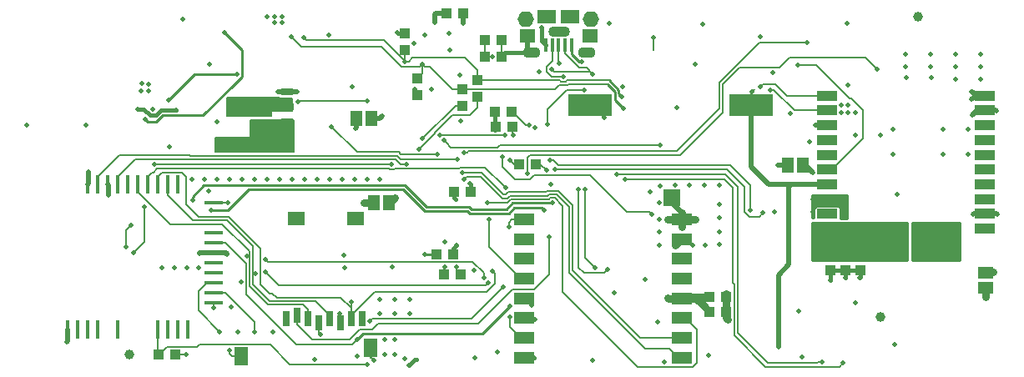
<source format=gbr>
G04 #@! TF.GenerationSoftware,KiCad,Pcbnew,(5.0.0)*
G04 #@! TF.CreationDate,2018-12-11T15:37:44-06:00*
G04 #@! TF.ProjectId,fk-core,666B2D636F72652E6B696361645F7063,0.1*
G04 #@! TF.SameCoordinates,PX791ddc0PY791ddc0*
G04 #@! TF.FileFunction,Copper,L4,Bot,Signal*
G04 #@! TF.FilePolarity,Positive*
%FSLAX46Y46*%
G04 Gerber Fmt 4.6, Leading zero omitted, Abs format (unit mm)*
G04 Created by KiCad (PCBNEW (5.0.0)) date 12/11/18 15:37:44*
%MOMM*%
%LPD*%
G01*
G04 APERTURE LIST*
G04 #@! TA.AperFunction,SMDPad,CuDef*
%ADD10R,1.600000X1.400000*%
G04 #@! TD*
G04 #@! TA.AperFunction,SMDPad,CuDef*
%ADD11R,0.400000X1.350000*%
G04 #@! TD*
G04 #@! TA.AperFunction,SMDPad,CuDef*
%ADD12R,1.900000X1.400000*%
G04 #@! TD*
G04 #@! TA.AperFunction,ComponentPad*
%ADD13O,1.651000X1.600000*%
G04 #@! TD*
G04 #@! TA.AperFunction,ComponentPad*
%ADD14O,1.800000X1.100000*%
G04 #@! TD*
G04 #@! TA.AperFunction,ComponentPad*
%ADD15O,2.200000X1.100000*%
G04 #@! TD*
G04 #@! TA.AperFunction,SMDPad,CuDef*
%ADD16R,1.900000X0.400000*%
G04 #@! TD*
G04 #@! TA.AperFunction,SMDPad,CuDef*
%ADD17R,0.400000X1.900000*%
G04 #@! TD*
G04 #@! TA.AperFunction,SMDPad,CuDef*
%ADD18R,0.698500X1.498600*%
G04 #@! TD*
G04 #@! TA.AperFunction,SMDPad,CuDef*
%ADD19R,1.798320X1.399540*%
G04 #@! TD*
G04 #@! TA.AperFunction,SMDPad,CuDef*
%ADD20R,1.399540X1.899920*%
G04 #@! TD*
G04 #@! TA.AperFunction,SMDPad,CuDef*
%ADD21R,1.600200X1.168400*%
G04 #@! TD*
G04 #@! TA.AperFunction,SMDPad,CuDef*
%ADD22R,1.100000X1.000000*%
G04 #@! TD*
G04 #@! TA.AperFunction,ComponentPad*
%ADD23R,1.700000X1.700000*%
G04 #@! TD*
G04 #@! TA.AperFunction,SMDPad,CuDef*
%ADD24R,1.998980X1.000760*%
G04 #@! TD*
G04 #@! TA.AperFunction,SMDPad,CuDef*
%ADD25R,4.500000X2.300000*%
G04 #@! TD*
G04 #@! TA.AperFunction,BGAPad,CuDef*
%ADD26C,1.000000*%
G04 #@! TD*
G04 #@! TA.AperFunction,SMDPad,CuDef*
%ADD27R,1.000000X1.100000*%
G04 #@! TD*
G04 #@! TA.AperFunction,SMDPad,CuDef*
%ADD28R,2.000000X1.300000*%
G04 #@! TD*
G04 #@! TA.AperFunction,SMDPad,CuDef*
%ADD29R,1.168400X1.600200*%
G04 #@! TD*
G04 #@! TA.AperFunction,SMDPad,CuDef*
%ADD30R,1.200000X0.800000*%
G04 #@! TD*
G04 #@! TA.AperFunction,SMDPad,CuDef*
%ADD31R,2.200000X0.800000*%
G04 #@! TD*
G04 #@! TA.AperFunction,SMDPad,CuDef*
%ADD32R,2.500000X2.000000*%
G04 #@! TD*
G04 #@! TA.AperFunction,ViaPad*
%ADD33C,0.500000*%
G04 #@! TD*
G04 #@! TA.AperFunction,Conductor*
%ADD34C,0.203200*%
G04 #@! TD*
G04 #@! TA.AperFunction,Conductor*
%ADD35C,0.508000*%
G04 #@! TD*
G04 #@! TA.AperFunction,Conductor*
%ADD36C,0.381000*%
G04 #@! TD*
G04 #@! TA.AperFunction,Conductor*
%ADD37C,0.762000*%
G04 #@! TD*
G04 #@! TA.AperFunction,Conductor*
%ADD38C,0.254000*%
G04 #@! TD*
G04 #@! TA.AperFunction,Conductor*
%ADD39C,0.152400*%
G04 #@! TD*
G04 APERTURE END LIST*
D10*
G04 #@! TO.P,J9,7*
G04 #@! TO.N,Net-(J9-Pad7)*
X7361000Y14509000D03*
D11*
G04 #@! TO.P,J9,3*
G04 #@! TO.N,/USB+*
X4161000Y13589000D03*
D12*
G04 #@! TO.P,J9,9*
G04 #@! TO.N,Net-(J9-Pad9)*
X5361000Y16509000D03*
D13*
G04 #@! TO.P,J9,*
G04 #@! TO.N,*
X861000Y16259000D03*
D12*
G04 #@! TO.P,J9,8*
G04 #@! TO.N,Net-(J9-Pad8)*
X2961000Y16509000D03*
D13*
G04 #@! TO.P,J9,*
G04 #@! TO.N,*
X7461000Y16259000D03*
D11*
G04 #@! TO.P,J9,2*
G04 #@! TO.N,/USB-*
X3511000Y13589000D03*
G04 #@! TO.P,J9,1*
G04 #@! TO.N,VUSB*
X2861000Y13589000D03*
G04 #@! TO.P,J9,4*
G04 #@! TO.N,Net-(J16-Pad4)*
X4811000Y13589000D03*
G04 #@! TO.P,J9,5*
G04 #@! TO.N,GND*
X5461000Y13589000D03*
D10*
G04 #@! TO.P,J9,6*
G04 #@! TO.N,Net-(C14-Pad1)*
X961000Y14509000D03*
G04 #@! TD*
D14*
G04 #@! TO.P,J16,6*
G04 #@! TO.N,Net-(J16-Pad6)*
X6991000Y12827000D03*
G04 #@! TO.P,J16,7*
G04 #@! TO.N,Net-(C14-Pad1)*
X1391000Y12827000D03*
D15*
G04 #@! TO.P,J16,8*
G04 #@! TO.N,Net-(J16-Pad8)*
X4191000Y14977000D03*
G04 #@! TD*
D16*
G04 #@! TO.P,U1,21*
G04 #@! TO.N,Net-(U1-Pad21)*
X-30795100Y-5459730D03*
G04 #@! TO.P,U1,22*
G04 #@! TO.N,/D2_WIFI_EN*
X-30795100Y-6475730D03*
G04 #@! TO.P,U1,23*
G04 #@! TO.N,/PERIPH_3V3*
X-30795100Y-7491731D03*
G04 #@! TO.P,U1,24*
G04 #@! TO.N,Net-(U1-Pad24)*
X-30795100Y-8507731D03*
G04 #@! TO.P,U1,25*
G04 #@! TO.N,N/C*
X-30795100Y-9523730D03*
G04 #@! TO.P,U1,26*
G04 #@! TO.N,Net-(R4-Pad1)*
X-30795100Y-10539730D03*
G04 #@! TO.P,U1,27*
G04 #@! TO.N,Net-(R5-Pad1)*
X-30795100Y-11555730D03*
G04 #@! TO.P,U1,28*
G04 #@! TO.N,GND*
X-30795100Y-12571730D03*
G04 #@! TO.P,U1,20*
G04 #@! TO.N,/PERIPH_3V3*
X-30795100Y-2411730D03*
D17*
G04 #@! TO.P,U1,4*
G04 #@! TO.N,/A1_WIFI_RST*
X-36514550Y-15242130D03*
G04 #@! TO.P,U1,3*
G04 #@! TO.N,Net-(U1-Pad3)*
X-35498550Y-15242130D03*
G04 #@! TO.P,U1,2*
G04 #@! TO.N,Net-(U1-Pad2)*
X-34482550Y-15242130D03*
G04 #@! TO.P,U1,1*
G04 #@! TO.N,Net-(U1-Pad1)*
X-33466550Y-15242130D03*
G04 #@! TO.P,U1,5*
G04 #@! TO.N,N/C*
X-40578550Y-15242130D03*
G04 #@! TO.P,U1,6*
X-42610553Y-15242130D03*
G04 #@! TO.P,U1,7*
X-43626550Y-15242130D03*
G04 #@! TO.P,U1,8*
X-44642550Y-15242130D03*
G04 #@! TO.P,U1,9*
G04 #@! TO.N,GND*
X-45658550Y-15242130D03*
G04 #@! TO.P,U1,19*
G04 #@! TO.N,Net-(U1-Pad19)*
X-34474330Y-511860D03*
G04 #@! TO.P,U1,18*
G04 #@! TO.N,/SCK*
X-35490330Y-511860D03*
G04 #@! TO.P,U1,17*
G04 #@! TO.N,/MISO*
X-36506330Y-511860D03*
G04 #@! TO.P,U1,16*
G04 #@! TO.N,/D7_WIFI_CS*
X-37522330Y-511860D03*
G04 #@! TO.P,U1,15*
G04 #@! TO.N,/MOSI*
X-38538330Y-511860D03*
G04 #@! TO.P,U1,14*
G04 #@! TO.N,Net-(U1-Pad14)*
X-39554330Y-511860D03*
G04 #@! TO.P,U1,13*
G04 #@! TO.N,/A2_WIFI_IRQ*
X-40570330Y-511860D03*
G04 #@! TO.P,U1,12*
G04 #@! TO.N,GND*
X-41586334Y-511860D03*
G04 #@! TO.P,U1,11*
G04 #@! TO.N,/D8_WIFI_WAKE*
X-42602334Y-511860D03*
G04 #@! TO.P,U1,10*
G04 #@! TO.N,/PERIPH_3V3*
X-43618330Y-511860D03*
G04 #@! TD*
D18*
G04 #@! TO.P,M7,1*
G04 #@! TO.N,Net-(M7-Pad1)*
X-23477220Y-14193520D03*
G04 #@! TO.P,M7,2*
G04 #@! TO.N,/D12_SD_CS*
X-22377400Y-13794740D03*
G04 #@! TO.P,M7,3*
G04 #@! TO.N,/MOSI*
X-21277580Y-14193520D03*
G04 #@! TO.P,M7,4*
G04 #@! TO.N,/PERIPH_3V3*
X-20177760Y-14594840D03*
G04 #@! TO.P,M7,5*
G04 #@! TO.N,/SCK*
X-19077940Y-14193520D03*
G04 #@! TO.P,M7,6*
G04 #@! TO.N,GND*
X-17975580Y-14594840D03*
G04 #@! TO.P,M7,7*
G04 #@! TO.N,/MISO*
X-16875760Y-14193520D03*
G04 #@! TO.P,M7,8*
G04 #@! TO.N,Net-(M7-Pad8)*
X-15775940Y-14193520D03*
D19*
G04 #@! TO.P,M7,CD1*
G04 #@! TO.N,Net-(M7-PadCD1)*
X-16476980Y-3995420D03*
G04 #@! TO.P,M7,CD2*
G04 #@! TO.N,Net-(M7-PadCD2)*
X-22476460Y-3995420D03*
D20*
G04 #@! TO.P,M7,MT1*
G04 #@! TO.N,GND*
X-14876780Y-17094200D03*
G04 #@! TO.P,M7,MT2*
X-28077160Y-17995900D03*
G04 #@! TD*
D21*
G04 #@! TO.P,J12,1*
G04 #@! TO.N,3V3*
X47498000Y-11049000D03*
G04 #@! TO.P,J12,2*
G04 #@! TO.N,/GPS_3V3*
X47498000Y-9525000D03*
G04 #@! TD*
D22*
G04 #@! TO.P,L3,1*
G04 #@! TO.N,/GPS_3V3*
X40575600Y-7620000D03*
G04 #@! TO.P,L3,2*
G04 #@! TO.N,/GPS_PWR_FILT*
X38875600Y-7620000D03*
G04 #@! TD*
D23*
G04 #@! TO.P,J4,1*
G04 #@! TO.N,Net-(J15-Pad1)*
X15621000Y-1905000D03*
G04 #@! TD*
D24*
G04 #@! TO.P,U10,1*
G04 #@! TO.N,/GPS_PWR_FILT*
X31419800Y-5021580D03*
G04 #@! TO.P,U10,2*
G04 #@! TO.N,Net-(U10-Pad2)*
X31419800Y-3522980D03*
G04 #@! TO.P,U10,3*
G04 #@! TO.N,GND*
X31419800Y-2021840D03*
G04 #@! TO.P,U10,4*
G04 #@! TO.N,/BAT_BACKUP*
X31419800Y-523240D03*
G04 #@! TO.P,U10,5*
G04 #@! TO.N,/GPS_FIX*
X31419800Y977900D03*
G04 #@! TO.P,U10,6*
G04 #@! TO.N,Net-(U10-Pad6)*
X31419800Y2476500D03*
G04 #@! TO.P,U10,7*
G04 #@! TO.N,Net-(U10-Pad7)*
X31419800Y3977640D03*
G04 #@! TO.P,U10,8*
G04 #@! TO.N,GND*
X31419800Y5476240D03*
G04 #@! TO.P,U10,9*
G04 #@! TO.N,/GPS_TX*
X31419800Y6977380D03*
G04 #@! TO.P,U10,10*
G04 #@! TO.N,/GPS_RX*
X31419800Y8475980D03*
G04 #@! TO.P,U10,11*
G04 #@! TO.N,Net-(J11-Pad1)*
X47421800Y8475980D03*
G04 #@! TO.P,U10,12*
G04 #@! TO.N,GND*
X47421800Y6977380D03*
G04 #@! TO.P,U10,13*
G04 #@! TO.N,Net-(U10-Pad13)*
X47421800Y5476240D03*
G04 #@! TO.P,U10,14*
G04 #@! TO.N,Net-(U10-Pad14)*
X47421800Y3977640D03*
G04 #@! TO.P,U10,15*
G04 #@! TO.N,Net-(U10-Pad15)*
X47421800Y2476500D03*
G04 #@! TO.P,U10,16*
G04 #@! TO.N,Net-(U10-Pad16)*
X47421800Y977900D03*
G04 #@! TO.P,U10,17*
G04 #@! TO.N,Net-(U10-Pad17)*
X47421800Y-523240D03*
G04 #@! TO.P,U10,18*
G04 #@! TO.N,Net-(U10-Pad18)*
X47421800Y-2021840D03*
G04 #@! TO.P,U10,19*
G04 #@! TO.N,GND*
X47421800Y-3522980D03*
G04 #@! TO.P,U10,20*
G04 #@! TO.N,Net-(U10-Pad20)*
X47421800Y-5021580D03*
G04 #@! TD*
D25*
G04 #@! TO.P,BT1,1*
G04 #@! TO.N,/BAT_BACKUP*
X23723600Y7518400D03*
G04 #@! TO.P,BT1,2*
G04 #@! TO.N,GND*
X7323600Y7518400D03*
G04 #@! TD*
D22*
G04 #@! TO.P,C2,1*
G04 #@! TO.N,/PERIPH_3V3*
X19470000Y-13462000D03*
G04 #@! TO.P,C2,2*
G04 #@! TO.N,GND*
X21170000Y-13462000D03*
G04 #@! TD*
G04 #@! TO.P,C5,1*
G04 #@! TO.N,3V3*
X-4738000Y-1270000D03*
G04 #@! TO.P,C5,2*
G04 #@! TO.N,GND*
X-6438000Y-1270000D03*
G04 #@! TD*
G04 #@! TO.P,C10,1*
G04 #@! TO.N,5V0*
X-7250000Y16790000D03*
G04 #@! TO.P,C10,2*
G04 #@! TO.N,GND*
X-5550000Y16790000D03*
G04 #@! TD*
G04 #@! TO.P,C15,1*
G04 #@! TO.N,3V3*
X-7454000Y-9652000D03*
G04 #@! TO.P,C15,2*
G04 #@! TO.N,GND*
X-5754000Y-9652000D03*
G04 #@! TD*
D26*
G04 #@! TO.P,M9,~*
G04 #@! TO.N,Net-(M9-Pad~)*
X40640000Y16510000D03*
G04 #@! TD*
G04 #@! TO.P,M10,~*
G04 #@! TO.N,Net-(M10-Pad~)*
X-39370000Y-17780000D03*
G04 #@! TD*
G04 #@! TO.P,M11,~*
G04 #@! TO.N,Net-(M11-Pad~)*
X36830000Y-13970000D03*
G04 #@! TD*
D22*
G04 #@! TO.P,R1,1*
G04 #@! TO.N,/A1_WIFI_RST*
X-36410000Y-17780000D03*
G04 #@! TO.P,R1,2*
G04 #@! TO.N,GND*
X-34710000Y-17780000D03*
G04 #@! TD*
D27*
G04 #@! TO.P,R35,1*
G04 #@! TO.N,3V3*
X-10160000Y8548000D03*
G04 #@! TO.P,R35,2*
G04 #@! TO.N,/SDA1*
X-10160000Y10248000D03*
G04 #@! TD*
G04 #@! TO.P,R36,1*
G04 #@! TO.N,3V3*
X-11430000Y14820000D03*
G04 #@! TO.P,R36,2*
G04 #@! TO.N,/SCL1*
X-11430000Y13120000D03*
G04 #@! TD*
D28*
G04 #@! TO.P,U3,1*
G04 #@! TO.N,GND*
X636000Y-18096000D03*
G04 #@! TO.P,U3,2*
G04 #@! TO.N,/MISO*
X636000Y-16096000D03*
G04 #@! TO.P,U3,3*
G04 #@! TO.N,/MOSI*
X636000Y-14096000D03*
G04 #@! TO.P,U3,4*
G04 #@! TO.N,/SCK*
X636000Y-12096000D03*
G04 #@! TO.P,U3,5*
G04 #@! TO.N,/D5_RADIO_CS*
X636000Y-10096000D03*
G04 #@! TO.P,U3,6*
G04 #@! TO.N,Net-(U3-Pad6)*
X636000Y-8096000D03*
G04 #@! TO.P,U3,7*
G04 #@! TO.N,Net-(U3-Pad7)*
X636000Y-6096000D03*
G04 #@! TO.P,U3,8*
G04 #@! TO.N,GND*
X636000Y-4096000D03*
G04 #@! TO.P,U3,9*
G04 #@! TO.N,Net-(J15-Pad1)*
X16636000Y-4096000D03*
G04 #@! TO.P,U3,10*
G04 #@! TO.N,GND*
X16636000Y-6096000D03*
G04 #@! TO.P,U3,11*
G04 #@! TO.N,Net-(U3-Pad11)*
X16636000Y-8096000D03*
G04 #@! TO.P,U3,12*
G04 #@! TO.N,Net-(U3-Pad12)*
X16636000Y-10096000D03*
G04 #@! TO.P,U3,13*
G04 #@! TO.N,/PERIPH_3V3*
X16636000Y-12096000D03*
G04 #@! TO.P,U3,14*
G04 #@! TO.N,/D2_RADIO_D0*
X16636000Y-14096000D03*
G04 #@! TO.P,U3,15*
G04 #@! TO.N,/D1_RADIO_D1*
X16636000Y-16096000D03*
G04 #@! TO.P,U3,16*
G04 #@! TO.N,/D0_RADIO_D2*
X16636000Y-18096000D03*
G04 #@! TD*
D29*
G04 #@! TO.P,J2,1*
G04 #@! TO.N,3V3*
X-13081000Y-2413000D03*
G04 #@! TO.P,J2,2*
G04 #@! TO.N,/PERIPH_3V3*
X-14605000Y-2413000D03*
G04 #@! TD*
G04 #@! TO.P,J14,1*
G04 #@! TO.N,/MODULE_3V3*
X-16357600Y6146800D03*
G04 #@! TO.P,J14,2*
G04 #@! TO.N,3V3*
X-14833600Y6146800D03*
G04 #@! TD*
D30*
G04 #@! TO.P,U14,1*
G04 #@! TO.N,GND*
X-23345200Y8866000D03*
D31*
G04 #@! TO.P,U14,2*
G04 #@! TO.N,VBUS*
X-23845200Y7366000D03*
D30*
G04 #@! TO.P,U14,3*
G04 #@! TO.N,3V3*
X-23345200Y5866000D03*
D32*
G04 #@! TO.P,U14,2*
G04 #@! TO.N,VBUS*
X-26195200Y7366000D03*
G04 #@! TD*
D27*
G04 #@! TO.P,C31,2*
G04 #@! TO.N,/GPS_PWR_FILT*
X31750000Y-7532000D03*
G04 #@! TO.P,C31,1*
G04 #@! TO.N,GND*
X31750000Y-9232000D03*
G04 #@! TD*
G04 #@! TO.P,C32,1*
G04 #@! TO.N,GND*
X34798000Y-9232000D03*
G04 #@! TO.P,C32,2*
G04 #@! TO.N,/GPS_PWR_FILT*
X34798000Y-7532000D03*
G04 #@! TD*
G04 #@! TO.P,C35,1*
G04 #@! TO.N,GND*
X33274000Y-9232000D03*
G04 #@! TO.P,C35,2*
G04 #@! TO.N,/GPS_PWR_FILT*
X33274000Y-7532000D03*
G04 #@! TD*
D22*
G04 #@! TO.P,R15,1*
G04 #@! TO.N,GND*
X-6516000Y-7620000D03*
G04 #@! TO.P,R15,2*
G04 #@! TO.N,/D25_PERIPH_EN*
X-8216000Y-7620000D03*
G04 #@! TD*
G04 #@! TO.P,C6,1*
G04 #@! TO.N,Net-(C6-Pad1)*
X-570000Y6870000D03*
G04 #@! TO.P,C6,2*
G04 #@! TO.N,GND*
X-2270000Y6870000D03*
G04 #@! TD*
G04 #@! TO.P,C8,1*
G04 #@! TO.N,3V3*
X1877724Y1530695D03*
G04 #@! TO.P,C8,2*
G04 #@! TO.N,GND*
X177724Y1530695D03*
G04 #@! TD*
G04 #@! TO.P,C9,2*
G04 #@! TO.N,GND*
X-2240000Y5320000D03*
G04 #@! TO.P,C9,1*
G04 #@! TO.N,3V3*
X-540000Y5320000D03*
G04 #@! TD*
G04 #@! TO.P,C13,1*
G04 #@! TO.N,/PERIPH_3V3*
X19470000Y-11938000D03*
G04 #@! TO.P,C13,2*
G04 #@! TO.N,GND*
X21170000Y-11938000D03*
G04 #@! TD*
G04 #@! TO.P,C14,2*
G04 #@! TO.N,GND*
X-3339276Y12452695D03*
G04 #@! TO.P,C14,1*
G04 #@! TO.N,Net-(C14-Pad1)*
X-1639276Y12452695D03*
G04 #@! TD*
D29*
G04 #@! TO.P,J1,1*
G04 #@! TO.N,/GPS_3V3*
X28956000Y1397000D03*
G04 #@! TO.P,J1,2*
G04 #@! TO.N,3V3*
X27432000Y1397000D03*
G04 #@! TD*
D27*
G04 #@! TO.P,R26,2*
G04 #@! TO.N,/SDA1*
X-5588000Y9144000D03*
G04 #@! TO.P,R26,1*
G04 #@! TO.N,/SDA2*
X-5588000Y7444000D03*
G04 #@! TD*
G04 #@! TO.P,R27,2*
G04 #@! TO.N,/SCL1*
X-4064000Y10033000D03*
G04 #@! TO.P,R27,1*
G04 #@! TO.N,/SCL2*
X-4064000Y8333000D03*
G04 #@! TD*
D22*
G04 #@! TO.P,R31,1*
G04 #@! TO.N,Net-(C14-Pad1)*
X-1639276Y14103695D03*
G04 #@! TO.P,R31,2*
G04 #@! TO.N,GND*
X-3339276Y14103695D03*
G04 #@! TD*
D33*
G04 #@! TO.N,*
X-12446000Y-12170590D03*
G04 #@! TO.N,GND*
X16002000Y-6731000D03*
X-38090000Y9730000D03*
X-37410000Y9670000D03*
X-19126200Y14655800D03*
X-34000000Y16240000D03*
X16120000Y7240000D03*
X-38159083Y8945133D03*
X-37409083Y8945133D03*
X-6890000Y13090000D03*
X-5740000Y5870000D03*
X13770000Y14340000D03*
X28530000Y-13420000D03*
X7580000Y-18370000D03*
X-6190000Y-8900000D03*
X-5500000Y15777598D03*
X1741557Y5252009D03*
X-45720000Y-16510000D03*
X-30861000Y-13081000D03*
X-29235447Y-17382599D03*
X-41529002Y-1651000D03*
X-29083000Y-12954000D03*
X-17653000Y-7747000D03*
X-33020000Y0D03*
X-31750000Y0D03*
X-30480000Y0D03*
X-29210000Y0D03*
X-27940000Y0D03*
X-26670000Y0D03*
X-25400000Y0D03*
X-24130000Y0D03*
X-22860000Y0D03*
X-21590000Y0D03*
X-20320000Y0D03*
X-19050000Y0D03*
X-17780000Y0D03*
X-16510000Y0D03*
X-15240000Y0D03*
X-13970000Y0D03*
X-33655000Y-17780000D03*
X-20603328Y-18284010D03*
X-16260000Y-17942552D03*
X-2260000Y4949010D03*
X-24282400Y8839200D03*
X-22402800Y8890000D03*
X-4368800Y-18135600D03*
X-11426002Y-18186400D03*
X-18034000Y-13610410D03*
X-36982400Y7061200D03*
X-14610577Y-18370340D03*
X-16764000Y9398000D03*
X-30480000Y5842000D03*
X-31242000Y11684000D03*
X33020000Y-1778000D03*
X39370000Y12700000D03*
X41910000Y12700000D03*
X44450000Y12700000D03*
X46990000Y12700000D03*
X46990000Y11430000D03*
X44450000Y11430000D03*
X41910000Y11430000D03*
X39370000Y11430000D03*
X44450000Y10160000D03*
X46990000Y10160000D03*
X9268984Y15853590D03*
X33460000Y15853590D03*
X45720000Y2540000D03*
X43180000Y2540000D03*
X38100000Y2540000D03*
X38100000Y5080000D03*
X43180000Y5080000D03*
X45720000Y5080000D03*
X33020000Y-3048000D03*
X29972000Y-2032000D03*
X29972000Y-3302000D03*
X24638000Y14478000D03*
X-6260013Y-2039987D03*
X16002000Y-635000D03*
X17399000Y-635000D03*
X18923000Y-635000D03*
X20447000Y-635000D03*
X20447000Y-2540000D03*
X20447000Y-3937000D03*
X20447000Y-5334000D03*
X20447000Y-6604000D03*
X19050000Y-6731000D03*
X17780000Y-6731000D03*
X14351000Y-4064000D03*
X14351000Y-2413000D03*
X14351000Y-5334000D03*
X14351000Y-6731000D03*
X9779000Y-11557000D03*
X12954000Y-10160000D03*
X1716000Y-18096000D03*
X29594990Y3810000D03*
X-5870000Y10587821D03*
X8763000Y6223000D03*
X26035000Y-3302000D03*
X14858516Y-18539295D03*
X-750276Y1911695D03*
X3392398Y-530684D03*
X-877276Y-4819305D03*
X-2591678Y12452695D03*
X27646000Y6662419D03*
X21336000Y-14224000D03*
X21170000Y-11596000D03*
X-2032000Y-17526000D03*
X28830000Y-18063379D03*
X31750000Y-10287000D03*
X33274000Y-10033000D03*
X34671000Y-10033000D03*
X33528000Y9525000D03*
X-8763000Y9144000D03*
X-10490442Y13792442D03*
X14478000Y-698500D03*
X-6159500Y-6667500D03*
X46228000Y-3556000D03*
X48641000Y-3556000D03*
X48577500Y6921500D03*
X46164500Y6477000D03*
X14224000Y-14478000D03*
X41940766Y10308410D03*
X39400766Y10308410D03*
X18796000Y15748000D03*
X-36068000Y-9017000D03*
X-34798000Y-9017000D03*
X-33528000Y-9017000D03*
X-32385000Y-9017000D03*
X-43815000Y5461000D03*
X-49784000Y5461000D03*
X2158000Y10922000D03*
X6468220Y11890403D03*
X30226000Y5461000D03*
G04 #@! TO.N,3V3*
X-6950006Y14799994D03*
X-480000Y4450000D03*
X19350000Y-17900000D03*
X-12700000Y-8890000D03*
X-24130000Y3175000D03*
X-25400000Y4445000D03*
X-25400000Y3175000D03*
X-26670000Y4445000D03*
X-26670000Y3175000D03*
X-27940000Y3175000D03*
X-24130000Y4445000D03*
X-13766800Y6400800D03*
X-35306000Y3302000D03*
X18034000Y11684000D03*
X10685377Y9374632D03*
X13469734Y-1250309D03*
X2932724Y895695D03*
X-4821074Y-483014D03*
X-7366000Y-8890000D03*
X-4445000Y-9271000D03*
X-7366000Y-6350000D03*
X38227000Y-16764000D03*
X34290000Y-12573000D03*
X47498000Y-11938000D03*
X-10414000Y9144000D03*
X-12192000Y14859000D03*
X-31369000Y-1182000D03*
X-12446008Y-1905000D03*
X-9398000Y14605000D03*
X25919724Y10801695D03*
X26416000Y1397000D03*
G04 #@! TO.N,/SWDIO*
X6833200Y-1060001D03*
X7874000Y-9020990D03*
G04 #@! TO.N,/SWCLK*
X6160000Y-1054010D03*
X9144000Y-9144000D03*
G04 #@! TO.N,/RESET*
X13600724Y-3549305D03*
X-1512276Y2292695D03*
G04 #@! TO.N,/A3*
X29348724Y13849695D03*
X-5473700Y2696379D03*
G04 #@! TO.N,/MOSI*
X-25607190Y-8128000D03*
X-27482800Y-7772400D03*
X1778000Y-14224000D03*
X-3429000Y-10033002D03*
G04 #@! TO.N,/SCK*
X-25607190Y-9448800D03*
X-26619200Y-9550400D03*
X1397000Y-12827000D03*
X-3011695Y-10534495D03*
G04 #@! TO.N,/MISO*
X-16865600Y-12496800D03*
X-766402Y-13970000D03*
X-2567945Y-9308355D03*
G04 #@! TO.N,/USB-*
X4636200Y10414000D03*
G04 #@! TO.N,/USB+*
X4242603Y11791360D03*
G04 #@! TO.N,/D30*
X3313724Y1911695D03*
X23633724Y-3168305D03*
G04 #@! TO.N,/D31*
X3821724Y1022695D03*
X24903724Y-3422305D03*
G04 #@! TO.N,/USB_ID*
X3048000Y5588000D03*
X6731000Y9070802D03*
G04 #@! TO.N,/A5*
X-36830000Y1524000D03*
X-12765612Y1524000D03*
G04 #@! TO.N,5V0*
X-8382000Y15875000D03*
G04 #@! TO.N,VUSB*
X2413000Y15406598D03*
G04 #@! TO.N,/D13*
X36460724Y11182695D03*
X980725Y555279D03*
G04 #@! TO.N,/SDA2*
X-9627390Y4102888D03*
G04 #@! TO.N,/BAT_BACKUP*
X26517600Y-17018000D03*
X23749000Y8890000D03*
G04 #@! TO.N,Net-(C6-Pad1)*
X1134109Y5489991D03*
G04 #@! TO.N,VBAT*
X-39751000Y-6858000D03*
X-39243000Y-4699000D03*
G04 #@! TO.N,VBUS*
X-29230000Y8120000D03*
X-28370000Y8140000D03*
X-27670000Y8110000D03*
X-29300000Y7430000D03*
X-29260000Y6740000D03*
X-38530000Y7120000D03*
X-34670000Y7040000D03*
X-25400000Y16510000D03*
X-24638000Y16510000D03*
X-23876000Y16510000D03*
X-23876000Y15875000D03*
X-24638000Y15875000D03*
X34290000Y6731000D03*
X32829500Y6731000D03*
X32829500Y7493000D03*
X33528000Y7492998D03*
X33528000Y6731002D03*
G04 #@! TO.N,/GPS_FIX*
X28459724Y11563695D03*
G04 #@! TO.N,Net-(J11-Pad1)*
X46075600Y8839200D03*
X46075600Y8077200D03*
G04 #@! TO.N,Net-(R4-Pad1)*
X-30226000Y-15494000D03*
G04 #@! TO.N,Net-(R5-Pad1)*
X-26670000Y-15494000D03*
G04 #@! TO.N,/SCL2*
X-9969500Y3048000D03*
G04 #@! TO.N,/PG*
X-29722000Y14909800D03*
X-37733532Y6096336D03*
G04 #@! TO.N,/CHG*
X-35379998Y8030000D03*
X-28448000Y10668000D03*
G04 #@! TO.N,/GPS_TX*
X25665724Y9070802D03*
G04 #@! TO.N,/GPS_RX*
X24649724Y9404695D03*
G04 #@! TO.N,/PERIPH_3V3*
X-13462000Y-16256000D03*
X-12446000Y-16256000D03*
X-13462000Y-17780000D03*
X-12446000Y-17780000D03*
X-13970000Y-12170590D03*
X-10922000Y-12170590D03*
X-29464000Y-7620000D03*
X-17526000Y-9017000D03*
X-20031945Y-15751990D03*
X-28037621Y-10433885D03*
X-24790400Y-15494000D03*
X-28346400Y-15494000D03*
X-11057822Y-18921697D03*
X-12422724Y-13673191D03*
X-10921211Y-13673191D03*
X-13965918Y-13673191D03*
X15240000Y-12065000D03*
X18104000Y-12096000D03*
X18835000Y-12827000D03*
X18923000Y-11938000D03*
X-15621000Y-2413000D03*
X-32280452Y-7577010D03*
X-29429046Y-2389680D03*
X-43561000Y762000D03*
G04 #@! TO.N,/GPS_3V3*
X34290000Y4445000D03*
X36830000Y4445000D03*
X42672000Y-6096000D03*
X44196000Y-6096000D03*
X40894000Y-6096000D03*
X40894000Y-4572000D03*
X42672000Y-4572000D03*
X44196000Y-4572000D03*
X38481000Y-1524000D03*
X29972000Y635000D03*
X48260000Y-9398000D03*
G04 #@! TO.N,Net-(C29-Pad1)*
X-15240000Y7924800D03*
X-22250400Y7874000D03*
G04 #@! TO.N,/MODULE_3V3*
X-16459200Y5130800D03*
G04 #@! TO.N,/D12_SD_CS*
X3175000Y-5842000D03*
G04 #@! TO.N,/A1_WIFI_RST*
X-15240000Y-18796000D03*
G04 #@! TO.N,/D2_WIFI_EN*
X-16256000Y-16256000D03*
X-776402Y-12883595D03*
G04 #@! TO.N,/D7_WIFI_CS*
X-1241858Y-902657D03*
G04 #@! TO.N,/A2_WIFI_IRQ*
X-11310989Y1545399D03*
G04 #@! TO.N,/D8_WIFI_WAKE*
X-6096000Y2032000D03*
G04 #@! TO.N,/A4_GPS_EN*
X14478000Y3429000D03*
X-7493000Y3937000D03*
G04 #@! TO.N,/D9_MODULE_EN*
X-18897600Y5334000D03*
X-8128000Y2539994D03*
G04 #@! TO.N,/D1_RADIO_D1*
X-5607509Y639628D03*
G04 #@! TO.N,/D0_RADIO_D2*
X-5449276Y6695D03*
G04 #@! TO.N,/D2_RADIO_D0*
X-3036276Y-2391590D03*
G04 #@! TO.N,/D5_RADIO_CS*
X-2902503Y-4085410D03*
G04 #@! TO.N,/D26_FLASH_CS*
X-15024288Y-14427200D03*
X-1429681Y-10938744D03*
G04 #@! TO.N,/D25_PERIPH_EN*
X-1270000Y4445000D03*
X-9401902Y-7620000D03*
X-7877990Y4482408D03*
G04 #@! TO.N,/GPS_PWR_FILT*
X31369000Y-4826000D03*
G04 #@! TO.N,Net-(J15-Pad1)*
X15240000Y-4064000D03*
X18034000Y-4064000D03*
X16637000Y-3429000D03*
X16637000Y-4826000D03*
G04 #@! TO.N,/SDA1*
X-22935522Y14440368D03*
X10740549Y7170000D03*
X10922000Y0D03*
X33020000Y-18669000D03*
X-9652000Y11684000D03*
X-31115000Y-3144000D03*
X2664953Y-3175000D03*
G04 #@! TO.N,/SCL1*
X-21723650Y14344350D03*
X10541000Y8381998D03*
X10033000Y508000D03*
X30863272Y-18545990D03*
X-11403764Y11930011D03*
X-32966801Y-2110269D03*
X3556000Y-2413000D03*
G04 #@! TO.N,Net-(C40-Pad1)*
X-37846000Y-2794000D03*
X-38989000Y-7493000D03*
G04 #@! TO.N,Net-(J16-Pad4)*
X7620000Y10668000D03*
X3429000Y11176000D03*
G04 #@! TD*
D34*
G04 #@! TO.N,GND*
X13764260Y13106400D02*
X13764260Y14334260D01*
X13764260Y14334260D02*
X13770000Y14340000D01*
D35*
X-5550000Y16790000D02*
X-5550000Y15827598D01*
X-5550000Y15827598D02*
X-5500000Y15777598D01*
D36*
X-2270000Y5350000D02*
X-2240000Y5320000D01*
X-2270000Y6870000D02*
X-2270000Y5350000D01*
D35*
X-45658550Y-15242130D02*
X-45658550Y-16448550D01*
X-45658550Y-16448550D02*
X-45720000Y-16510000D01*
D34*
X-30795100Y-12571730D02*
X-30795100Y-13015100D01*
X-30795100Y-13015100D02*
X-30861000Y-13081000D01*
X-28980130Y-17995900D02*
X-29235447Y-17740583D01*
X-28077160Y-17995900D02*
X-28980130Y-17995900D01*
X-29235447Y-17736152D02*
X-29235447Y-17382599D01*
X-29235447Y-17740583D02*
X-29235447Y-17736152D01*
D35*
X-41586334Y-511860D02*
X-41529002Y-569192D01*
X-41529002Y-569192D02*
X-41529002Y-1297447D01*
X-41529002Y-1297447D02*
X-41529002Y-1651000D01*
D34*
X-34710000Y-17780000D02*
X-33655000Y-17780000D01*
D36*
X-2242563Y5320000D02*
X-2260000Y5302563D01*
X-2260000Y5302563D02*
X-2260000Y4949010D01*
X-2240000Y5320000D02*
X-2242563Y5320000D01*
D35*
X-23345200Y8866000D02*
X-24255600Y8866000D01*
X-24255600Y8866000D02*
X-24282400Y8839200D01*
X-23345200Y8866000D02*
X-22426800Y8866000D01*
X-22426800Y8866000D02*
X-22402800Y8890000D01*
D34*
X-17975580Y-14594840D02*
X-17975580Y-13642340D01*
X-18007510Y-13610410D02*
X-18034000Y-13610410D01*
X-17975580Y-13642340D02*
X-18007510Y-13610410D01*
X-14876780Y-17094200D02*
X-14876780Y-18104137D01*
X-14860576Y-18120341D02*
X-14610577Y-18370340D01*
X-14876780Y-18104137D02*
X-14860576Y-18120341D01*
D35*
X31419800Y-2021840D02*
X32806640Y-2021840D01*
D37*
X16636000Y-6097000D02*
X16002000Y-6731000D01*
X16636000Y-6096000D02*
X16636000Y-6097000D01*
D36*
X636000Y-18096000D02*
X1716000Y-18096000D01*
D34*
X6858000Y7874000D02*
X5334000Y7874000D01*
X7323600Y7518400D02*
X7467600Y7518400D01*
X7467600Y7518400D02*
X8763000Y6223000D01*
X177724Y1530695D02*
X-369276Y1530695D01*
X-369276Y1530695D02*
X-750276Y1911695D01*
X-877276Y-4406076D02*
X-877276Y-4819305D01*
X636000Y-4096000D02*
X-567200Y-4096000D01*
X-567200Y-4096000D02*
X-877276Y-4406076D01*
X-3339276Y14103695D02*
X-3339276Y12452695D01*
X-3339276Y12452695D02*
X-2591678Y12452695D01*
X-6190000Y-9216000D02*
X-5754000Y-9652000D01*
X-6190000Y-8900000D02*
X-6190000Y-9216000D01*
D37*
X21170000Y-11938000D02*
X21170000Y-13462000D01*
X21170000Y-13462000D02*
X21170000Y-14058000D01*
X21170000Y-14058000D02*
X21336000Y-14224000D01*
X21170000Y-11938000D02*
X21170000Y-11596000D01*
D36*
X-6438000Y-1862000D02*
X-6260013Y-2039987D01*
X-6438000Y-1270000D02*
X-6438000Y-1862000D01*
X31750000Y-10287000D02*
X31750000Y-9232000D01*
X31750000Y-9232000D02*
X33274000Y-9232000D01*
X33274000Y-9232000D02*
X34798000Y-9232000D01*
X33274000Y-9232000D02*
X33274000Y-10033000D01*
X34798000Y-9232000D02*
X34798000Y-9906000D01*
X34798000Y-9906000D02*
X34671000Y-10033000D01*
X-6516000Y-7620000D02*
X-6516000Y-7024000D01*
X-6516000Y-7024000D02*
X-6159500Y-6667500D01*
D35*
X47421800Y-3522980D02*
X46261020Y-3522980D01*
X46261020Y-3522980D02*
X46228000Y-3556000D01*
X47421800Y-3522980D02*
X48607980Y-3522980D01*
X48607980Y-3522980D02*
X48641000Y-3556000D01*
X47421800Y6977380D02*
X48521620Y6977380D01*
X48521620Y6977380D02*
X48577500Y6921500D01*
X47421800Y6977380D02*
X46664880Y6977380D01*
X46664880Y6977380D02*
X46164500Y6477000D01*
D38*
X6230597Y11890403D02*
X6468220Y11890403D01*
X5461000Y13589000D02*
X5461000Y12660000D01*
X5461000Y12660000D02*
X6230597Y11890403D01*
D35*
X31419800Y5476240D02*
X30241240Y5476240D01*
X30241240Y5476240D02*
X30226000Y5461000D01*
D34*
G04 #@! TO.N,3V3*
X-540000Y4510000D02*
X-480000Y4450000D01*
X-540000Y5320000D02*
X-540000Y4510000D01*
D35*
X-14833600Y6146800D02*
X-14020800Y6146800D01*
X-14020800Y6146800D02*
X-13766800Y6400800D01*
D34*
X2297724Y1530695D02*
X2932724Y895695D01*
X1877724Y1530695D02*
X2297724Y1530695D01*
X-7454000Y-9652000D02*
X-7454000Y-8978000D01*
X-7454000Y-8978000D02*
X-7366000Y-8890000D01*
D36*
X-4738000Y-566088D02*
X-4821074Y-483014D01*
X-4738000Y-1270000D02*
X-4738000Y-566088D01*
D37*
X47498000Y-11049000D02*
X47498000Y-11938000D01*
D34*
X-10414000Y8802000D02*
X-10160000Y8548000D01*
X-10414000Y9144000D02*
X-10414000Y8802000D01*
D36*
X-11430000Y14820000D02*
X-12153000Y14820000D01*
X-12153000Y14820000D02*
X-12192000Y14859000D01*
D37*
X-12954008Y-2413000D02*
X-12696007Y-2154999D01*
X-12696007Y-2154999D02*
X-12446008Y-1905000D01*
X-13081000Y-2413000D02*
X-12954008Y-2413000D01*
D35*
X27432000Y1397000D02*
X26416000Y1397000D01*
D34*
G04 #@! TO.N,/SWDIO*
X6833200Y-1060001D02*
X6833200Y-7980190D01*
X7624001Y-8770991D02*
X7874000Y-9020990D01*
X6833200Y-7980190D02*
X7624001Y-8770991D01*
G04 #@! TO.N,/SWCLK*
X6160000Y-1407563D02*
X6160000Y-1054010D01*
X6160000Y-8900000D02*
X6160000Y-1407563D01*
X6160000Y-8900000D02*
X6160000Y-8954000D01*
X6160000Y-8954000D02*
X6731000Y-9525000D01*
X6731000Y-9525000D02*
X8763000Y-9525000D01*
X8763000Y-9525000D02*
X9144000Y-9144000D01*
G04 #@! TO.N,/RESET*
X-1512276Y1939142D02*
X-1512276Y2292695D01*
X-242276Y6695D02*
X-1512276Y1276695D01*
X13350725Y-3299306D02*
X11046306Y-3299306D01*
X13600724Y-3549305D02*
X13350725Y-3299306D01*
X-1512276Y1276695D02*
X-1512276Y1939142D01*
X11046306Y-3299306D02*
X7359305Y387695D01*
X7359305Y387695D02*
X1662724Y387695D01*
X1662724Y387695D02*
X1281724Y6695D01*
X1281724Y6695D02*
X-242276Y6695D01*
G04 #@! TO.N,/A3*
X-5120147Y2696379D02*
X-5473700Y2696379D01*
X24522724Y13849695D02*
X20458724Y9785695D01*
X20458724Y9785695D02*
X20458724Y7165602D01*
X29348724Y13849695D02*
X24522724Y13849695D01*
X20458724Y7165602D02*
X16116501Y2823379D01*
X16116501Y2823379D02*
X-4993147Y2823379D01*
X-4993147Y2823379D02*
X-5120147Y2696379D01*
G04 #@! TO.N,/MOSI*
X-27432000Y-7721600D02*
X-27482800Y-7772400D01*
X-27178000Y-7721600D02*
X-27432000Y-7721600D01*
X-21767778Y-12750822D02*
X-21277580Y-13241020D01*
X-21277580Y-13241020D02*
X-21277580Y-14193520D01*
X-25298379Y-12750822D02*
X-21767778Y-12750822D01*
X-27178001Y-10871200D02*
X-25298379Y-12750822D01*
X-27178000Y-7721600D02*
X-27178001Y-10871200D01*
X764000Y-14224000D02*
X636000Y-14096000D01*
X1778000Y-14224000D02*
X764000Y-14224000D01*
X-3429000Y-9541078D02*
X-3429000Y-9679449D01*
X-3429000Y-9679449D02*
X-3429000Y-10033002D01*
X-4592079Y-8377999D02*
X-3429000Y-9541078D01*
X-25357191Y-8377999D02*
X-4592079Y-8377999D01*
X-25607190Y-8128000D02*
X-25357191Y-8377999D01*
X-29946600Y-4572000D02*
X-27178000Y-7340600D01*
X-27178000Y-7340600D02*
X-27178000Y-7721600D01*
X-35228190Y-4572000D02*
X-29946600Y-4572000D01*
X-38538330Y-1261860D02*
X-35228190Y-4572000D01*
X-38538330Y-511860D02*
X-38538330Y-1261860D01*
G04 #@! TO.N,/SCK*
X-35490330Y-1665060D02*
X-32964390Y-4191000D01*
X-35490330Y-511860D02*
X-35490330Y-1665060D01*
X-32964390Y-4191000D02*
X-29464000Y-4191000D01*
X-26847800Y-7167892D02*
X-26822390Y-7193302D01*
X-26847800Y-6807200D02*
X-26847800Y-7167892D01*
X-29464000Y-4191000D02*
X-26847800Y-6807200D01*
X-26822390Y-7193302D02*
X-26822390Y-8991600D01*
X-26670000Y-9499600D02*
X-26619200Y-9550400D01*
X-26822390Y-9499600D02*
X-26670000Y-9499600D01*
X-26822390Y-8991600D02*
X-26822390Y-9499600D01*
X-26822390Y-9499600D02*
X-26822390Y-10723902D01*
X-25151081Y-12395211D02*
X-20476199Y-12395211D01*
X-26822390Y-10723902D02*
X-25151081Y-12395211D01*
X-20476199Y-12395211D02*
X-19077940Y-13793470D01*
X-19077940Y-13793470D02*
X-19077940Y-14193520D01*
X-3261694Y-10784494D02*
X-3011695Y-10534495D01*
X-24271496Y-10784494D02*
X-3261694Y-10784494D01*
X-25607190Y-9448800D02*
X-24271496Y-10784494D01*
X1367000Y-12827000D02*
X636000Y-12096000D01*
X1397000Y-12827000D02*
X1367000Y-12827000D01*
G04 #@! TO.N,/MISO*
X-24892000Y-11582400D02*
X-24790400Y-11582400D01*
X-16865600Y-14183360D02*
X-16875760Y-14193520D01*
X-16865600Y-12496800D02*
X-16865600Y-14183360D01*
X-24434800Y-12039600D02*
X-17932400Y-12039600D01*
X-16875760Y-13096240D02*
X-16875760Y-14193520D01*
X-17932400Y-12039600D02*
X-16875760Y-13096240D01*
X-24892000Y-11582400D02*
X-24434800Y-12039600D01*
X286000Y-16096000D02*
X636000Y-16096000D01*
X-766402Y-15043598D02*
X286000Y-16096000D01*
X-766402Y-13970000D02*
X-766402Y-15043598D01*
X-2317946Y-10586668D02*
X-2317946Y-9558354D01*
X-16875760Y-14193520D02*
X-16875760Y-13793470D01*
X-3165279Y-11434001D02*
X-2317946Y-10586668D01*
X-2317946Y-9558354D02*
X-2567945Y-9308355D01*
X-16875760Y-13793470D02*
X-14516291Y-11434001D01*
X-14516291Y-11434001D02*
X-3165279Y-11434001D01*
X-35944332Y641340D02*
X-35893531Y692141D01*
X-32359611Y-3835389D02*
X-29311611Y-3835389D01*
X-26111200Y-7035800D02*
X-26111200Y-10668000D01*
X-25196800Y-11582400D02*
X-24892000Y-11582400D01*
X-34071129Y692141D02*
X-33655000Y276012D01*
X-26111200Y-10668000D02*
X-25196800Y-11582400D01*
X-36506330Y238140D02*
X-36103130Y641340D01*
X-36103130Y641340D02*
X-35944332Y641340D01*
X-35893531Y692141D02*
X-34071129Y692141D01*
X-33655000Y276012D02*
X-33655000Y-2540000D01*
X-29311611Y-3835389D02*
X-26111200Y-7035800D01*
X-33655000Y-2540000D02*
X-32359611Y-3835389D01*
X-36506330Y-511860D02*
X-36506330Y238140D01*
D39*
G04 #@! TO.N,/USB-*
X2950399Y10946271D02*
X3482670Y10414000D01*
X4282647Y10414000D02*
X4636200Y10414000D01*
X3482670Y10414000D02*
X4282647Y10414000D01*
X2950399Y11405729D02*
X2950399Y10946271D01*
X3511000Y11966330D02*
X2950399Y11405729D01*
X3511000Y13589000D02*
X3511000Y11966330D01*
G04 #@! TO.N,/USB+*
X4161000Y11872963D02*
X4242603Y11791360D01*
X4161000Y13589000D02*
X4161000Y11872963D01*
D34*
G04 #@! TO.N,/D30*
X23633724Y-646724D02*
X23633724Y-3168305D01*
X21583305Y1403695D02*
X23633724Y-646724D01*
X4175277Y1403695D02*
X21583305Y1403695D01*
X3313724Y1911695D02*
X3667277Y1911695D01*
X3667277Y1911695D02*
X4175277Y1403695D01*
G04 #@! TO.N,/D31*
X24522724Y-3803305D02*
X24903724Y-3422305D01*
X23506724Y-3803305D02*
X24522724Y-3803305D01*
X22998724Y-3295305D02*
X23506724Y-3803305D01*
X22998724Y-773724D02*
X22998724Y-3295305D01*
X3821724Y1022695D02*
X21202305Y1022695D01*
X21202305Y1022695D02*
X22998724Y-773724D01*
G04 #@! TO.N,/USB_ID*
X3048000Y5941553D02*
X3048000Y5588000D01*
X3048000Y7100002D02*
X3048000Y5941553D01*
X5018800Y9070802D02*
X3048000Y7100002D01*
X6731000Y9070802D02*
X5018800Y9070802D01*
G04 #@! TO.N,/A5*
X-36830000Y1524000D02*
X-12765612Y1524000D01*
D35*
G04 #@! TO.N,5V0*
X-8382000Y16716000D02*
X-8382000Y16228553D01*
X-8382000Y16228553D02*
X-8382000Y15875000D01*
X-8308000Y16790000D02*
X-8382000Y16716000D01*
X-7250000Y16790000D02*
X-8308000Y16790000D01*
D36*
G04 #@! TO.N,VUSB*
X2861000Y13589000D02*
X2413000Y14037000D01*
X2413000Y14037000D02*
X2413000Y15406598D01*
D34*
G04 #@! TO.N,/D13*
X36210725Y11432694D02*
X36460724Y11182695D01*
X35317724Y12325695D02*
X36210725Y11432694D01*
X27570724Y12325695D02*
X35317724Y12325695D01*
X16516633Y2419695D02*
X20814335Y6717397D01*
X16013724Y2419695D02*
X16516633Y2419695D01*
X20814335Y9638398D02*
X22511021Y11335084D01*
X20814335Y6717397D02*
X20814335Y9638398D01*
X22511021Y11335084D02*
X26580113Y11335084D01*
X26580113Y11335084D02*
X27570724Y12325695D01*
X981725Y556279D02*
X980725Y555279D01*
X981725Y2141898D02*
X981725Y556279D01*
X16013724Y2419695D02*
X1259522Y2419695D01*
X1259522Y2419695D02*
X981725Y2141898D01*
G04 #@! TO.N,/SDA2*
X-9627390Y4107810D02*
X-9627390Y4102888D01*
X-6291200Y7444000D02*
X-9627390Y4107810D01*
X-5588000Y7444000D02*
X-6291200Y7444000D01*
D35*
G04 #@! TO.N,/BAT_BACKUP*
X31419800Y-523240D02*
X25466040Y-523240D01*
X23723600Y1219200D02*
X23723600Y7518400D01*
X25466040Y-523240D02*
X23723600Y1219200D01*
X27772360Y-523240D02*
X31419800Y-523240D01*
X27533600Y-762000D02*
X27772360Y-523240D01*
X27533600Y-8653200D02*
X27533600Y-762000D01*
X26466800Y-9720000D02*
X27533600Y-8653200D01*
X26517600Y-17018000D02*
X26466800Y-16967200D01*
X26466800Y-16967200D02*
X26466800Y-9720000D01*
D34*
X23723600Y7518400D02*
X23723600Y8871600D01*
X23723600Y8871600D02*
X23742000Y8890000D01*
X23742000Y8890000D02*
X23749000Y8890000D01*
X23998999Y9139999D02*
X24004028Y9139999D01*
X23749000Y8890000D02*
X23998999Y9139999D01*
G04 #@! TO.N,Net-(C6-Pad1)*
X-520000Y6870000D02*
X860009Y5489991D01*
X860009Y5489991D02*
X1134109Y5489991D01*
X-570000Y6870000D02*
X-520000Y6870000D01*
G04 #@! TO.N,Net-(C14-Pad1)*
X-1639276Y14103695D02*
X-1639276Y12452695D01*
D36*
X-1264971Y12827000D02*
X-1639276Y12452695D01*
X1391000Y12827000D02*
X-1264971Y12827000D01*
D35*
X961000Y13257000D02*
X1391000Y12827000D01*
X961000Y14509000D02*
X961000Y13257000D01*
D34*
G04 #@! TO.N,VBAT*
X-39751000Y-5207000D02*
X-39492999Y-4948999D01*
X-39492999Y-4948999D02*
X-39243000Y-4699000D01*
X-39751000Y-6858000D02*
X-39751000Y-5207000D01*
D36*
G04 #@! TO.N,VBUS*
X-37918694Y7120000D02*
X-37266993Y6468299D01*
X-35023553Y7040000D02*
X-34670000Y7040000D01*
X-36126106Y7040000D02*
X-35023553Y7040000D01*
X-37266993Y6468299D02*
X-36697807Y6468299D01*
X-36697807Y6468299D02*
X-36126106Y7040000D01*
X-38530000Y7120000D02*
X-37918694Y7120000D01*
D34*
G04 #@! TO.N,/GPS_FIX*
X31419800Y977900D02*
X30920690Y977900D01*
X31918910Y977900D02*
X31419800Y977900D01*
X30289157Y11563695D02*
X33666724Y8186128D01*
X28459724Y11563695D02*
X30289157Y11563695D01*
X33666724Y8186128D02*
X33850872Y8186128D01*
X33850872Y8186128D02*
X35052000Y6985000D01*
X35052000Y6985000D02*
X35052000Y4110990D01*
X35052000Y4110990D02*
X31918910Y977900D01*
D35*
G04 #@! TO.N,Net-(J11-Pad1)*
X47421800Y8475980D02*
X46489620Y8475980D01*
X46489620Y8475980D02*
X46126400Y8839200D01*
X46126400Y8839200D02*
X46075600Y8839200D01*
X47421800Y8475980D02*
X46474380Y8475980D01*
X46474380Y8475980D02*
X46075600Y8077200D01*
D34*
G04 #@! TO.N,Net-(R4-Pad1)*
X-31545100Y-10539730D02*
X-32385000Y-11379630D01*
X-30795100Y-10539730D02*
X-31545100Y-10539730D01*
X-32385000Y-11379630D02*
X-32385000Y-13335000D01*
X-32385000Y-13335000D02*
X-30226000Y-15494000D01*
G04 #@! TO.N,Net-(R5-Pad1)*
X-30795100Y-11555730D02*
X-29641900Y-11555730D01*
X-29641900Y-11555730D02*
X-26670000Y-14527630D01*
X-26670000Y-15140447D02*
X-26670000Y-15494000D01*
X-26670000Y-14527630D02*
X-26670000Y-15140447D01*
G04 #@! TO.N,/SCL2*
X-4064000Y7239000D02*
X-4064000Y8333000D01*
X-4826000Y6477000D02*
X-4064000Y7239000D01*
X-6629320Y6477000D02*
X-4826000Y6477000D01*
X-8381991Y4724329D02*
X-6629320Y6477000D01*
X-9969500Y3048000D02*
X-8381991Y4635509D01*
X-8381991Y4635509D02*
X-8381991Y4724329D01*
D38*
G04 #@! TO.N,/PG*
X-28701887Y9630599D02*
X-28751327Y9630599D01*
X-28751327Y9630599D02*
X-31914836Y6467090D01*
X-31914836Y6467090D02*
X-36034462Y6467090D01*
X-37483533Y5846337D02*
X-37733532Y6096336D01*
X-29722000Y14909800D02*
X-27918599Y13106399D01*
X-36655215Y5846337D02*
X-37483533Y5846337D01*
X-36034462Y6467090D02*
X-36655215Y5846337D01*
X-27918599Y10413887D02*
X-28701887Y9630599D01*
X-27918599Y13106399D02*
X-27918599Y10413887D01*
G04 #@! TO.N,/CHG*
X-35379998Y8030000D02*
X-32741998Y10668000D01*
X-32741998Y10668000D02*
X-28801553Y10668000D01*
X-28801553Y10668000D02*
X-28448000Y10668000D01*
D34*
G04 #@! TO.N,/GPS_TX*
X30217110Y6977380D02*
X31419800Y6977380D01*
X28093039Y6977380D02*
X30217110Y6977380D01*
X25665724Y9070802D02*
X25999617Y9070802D01*
X25999617Y9070802D02*
X28093039Y6977380D01*
G04 #@! TO.N,/GPS_RX*
X24899723Y9654694D02*
X26177725Y9654694D01*
X24649724Y9404695D02*
X24899723Y9654694D01*
X27356439Y8475980D02*
X31419800Y8475980D01*
X26177725Y9654694D02*
X27356439Y8475980D01*
D35*
G04 #@! TO.N,/PERIPH_3V3*
X-30795100Y-7491731D02*
X-29592269Y-7491731D01*
X-29592269Y-7491731D02*
X-29464000Y-7620000D01*
D34*
X-20177760Y-15606175D02*
X-20031945Y-15751990D01*
X-20177760Y-14594840D02*
X-20177760Y-15606175D01*
D36*
X-10223500Y-18288000D02*
X-10424125Y-18288000D01*
X-10424125Y-18288000D02*
X-11057822Y-18921697D01*
D37*
X18104000Y-12096000D02*
X16636000Y-12096000D01*
X19470000Y-13462000D02*
X18835000Y-12827000D01*
X16794000Y-11938000D02*
X16636000Y-12096000D01*
X16636000Y-12096000D02*
X15271000Y-12096000D01*
X15271000Y-12096000D02*
X15240000Y-12065000D01*
X18288000Y-11938000D02*
X18262000Y-11938000D01*
X18262000Y-11938000D02*
X18104000Y-12096000D01*
X19470000Y-11938000D02*
X18923000Y-11938000D01*
X18288000Y-11938000D02*
X16794000Y-11938000D01*
X18835000Y-12827000D02*
X18104000Y-12096000D01*
X18923000Y-11938000D02*
X18288000Y-11938000D01*
X-14605000Y-2413000D02*
X-15621000Y-2413000D01*
D35*
X-32280452Y-7519083D02*
X-32280452Y-7577010D01*
X-32258000Y-7496631D02*
X-32280452Y-7519083D01*
X-32253100Y-7491731D02*
X-32280452Y-7519083D01*
X-30795100Y-7491731D02*
X-32253100Y-7491731D01*
D34*
X-30795100Y-2411730D02*
X-29451096Y-2411730D01*
X-29451096Y-2411730D02*
X-29429046Y-2389680D01*
D35*
X-43618330Y-511860D02*
X-43561000Y-454530D01*
X-43561000Y408447D02*
X-43561000Y762000D01*
X-43561000Y-454530D02*
X-43561000Y408447D01*
G04 #@! TO.N,/GPS_3V3*
X28956000Y1397000D02*
X29210000Y1397000D01*
X29210000Y1397000D02*
X29972000Y635000D01*
D37*
X47498000Y-9525000D02*
X47625000Y-9398000D01*
X47906447Y-9398000D02*
X48260000Y-9398000D01*
X47625000Y-9398000D02*
X47906447Y-9398000D01*
D34*
G04 #@! TO.N,Net-(C29-Pad1)*
X-15240000Y7924800D02*
X-22199600Y7924800D01*
X-22199600Y7924800D02*
X-22250400Y7874000D01*
D35*
G04 #@! TO.N,/MODULE_3V3*
X-16357600Y6146800D02*
X-16357600Y5232400D01*
X-16357600Y5232400D02*
X-16459200Y5130800D01*
D34*
G04 #@! TO.N,/D12_SD_CS*
X3175000Y-9664202D02*
X3175000Y-5842000D01*
X-508000Y-11176000D02*
X1663202Y-11176000D01*
X-3962979Y-14630979D02*
X-508000Y-11176000D01*
X-14126545Y-14630979D02*
X-3962979Y-14630979D01*
X-22377400Y-14747240D02*
X-20868640Y-16256000D01*
X1663202Y-11176000D02*
X3175000Y-9664202D01*
X-22377400Y-13794740D02*
X-22377400Y-14747240D01*
X-17001922Y-16256000D02*
X-16032723Y-15286801D01*
X-20868640Y-16256000D02*
X-17001922Y-16256000D01*
X-16032723Y-15286801D02*
X-14782367Y-15286801D01*
X-14782367Y-15286801D02*
X-14126545Y-14630979D01*
G04 #@! TO.N,/A1_WIFI_RST*
X-36514550Y-17675450D02*
X-36410000Y-17780000D01*
X-36514550Y-15242130D02*
X-36514550Y-17675450D01*
X-36410000Y-17780000D02*
X-36360000Y-17780000D01*
X-32504001Y-17025999D02*
X-32269941Y-16791939D01*
X-32269941Y-16791939D02*
X-25118061Y-16791939D01*
X-15593553Y-18796000D02*
X-15240000Y-18796000D01*
X-23114000Y-18796000D02*
X-15593553Y-18796000D01*
X-35605999Y-17025999D02*
X-32504001Y-17025999D01*
X-25118061Y-16791939D02*
X-23114000Y-18796000D01*
X-36360000Y-17780000D02*
X-35605999Y-17025999D01*
G04 #@! TO.N,/D2_WIFI_EN*
X-16505999Y-16505999D02*
X-16256000Y-16256000D01*
X-16759999Y-16759999D02*
X-16505999Y-16505999D01*
X-27533611Y-11692881D02*
X-22466493Y-16759999D01*
X-22466493Y-16759999D02*
X-16759999Y-16759999D01*
X-27533611Y-8584019D02*
X-27533611Y-11692881D01*
X-30795100Y-6475730D02*
X-29641900Y-6475730D01*
X-29641900Y-6475730D02*
X-27533611Y-8584019D01*
D38*
X-16256000Y-16256000D02*
X-15667812Y-15667812D01*
X-15667812Y-15667812D02*
X-3560619Y-15667812D01*
X-3560619Y-15667812D02*
X-1026401Y-13133594D01*
X-1026401Y-13133594D02*
X-776402Y-12883595D01*
D34*
G04 #@! TO.N,/D7_WIFI_CS*
X-36966738Y641340D02*
X-36566689Y1041389D01*
X-3288144Y1143629D02*
X-1491857Y-652658D01*
X-5951670Y1041389D02*
X-5849430Y1143629D01*
X-37119130Y641340D02*
X-36966738Y641340D01*
X-33917468Y1041389D02*
X-13028925Y1041389D01*
X-37522330Y238140D02*
X-37119130Y641340D01*
X-12502299Y1041389D02*
X-5951670Y1041389D01*
X-13028925Y1041389D02*
X-13007534Y1019998D01*
X-13007534Y1019998D02*
X-12523690Y1019998D01*
X-36566689Y1041389D02*
X-36047192Y1041389D01*
X-36047192Y1041389D02*
X-36040829Y1047752D01*
X-12523690Y1019998D02*
X-12502299Y1041389D01*
X-33923831Y1047752D02*
X-33917468Y1041389D01*
X-37522330Y-511860D02*
X-37522330Y238140D01*
X-1491857Y-652658D02*
X-1241858Y-902657D01*
X-36040829Y1047752D02*
X-33923831Y1047752D01*
X-5849430Y1143629D02*
X-3288144Y1143629D01*
G04 #@! TO.N,/A2_WIFI_IRQ*
X-40570330Y-511860D02*
X-40570330Y238140D01*
X-35239653Y2055763D02*
X-35215890Y2032000D01*
X-40570330Y238140D02*
X-38752707Y2055763D01*
X-35215890Y2032000D02*
X-12337633Y2032000D01*
X-11664542Y1545399D02*
X-11310989Y1545399D01*
X-38752707Y2055763D02*
X-35239653Y2055763D01*
X-11851032Y1545399D02*
X-11664542Y1545399D01*
X-12337633Y2032000D02*
X-11851032Y1545399D01*
G04 #@! TO.N,/D8_WIFI_WAKE*
X-42602334Y-511860D02*
X-42602334Y238140D01*
X-33252021Y2411374D02*
X-33228258Y2387611D01*
X-33228258Y2387611D02*
X-12190335Y2387611D01*
X-12190335Y2387611D02*
X-11852125Y2049401D01*
X-11852125Y2049401D02*
X-11069067Y2049401D01*
X-11051666Y2032000D02*
X-6449553Y2032000D01*
X-11069067Y2049401D02*
X-11051666Y2032000D01*
X-42602334Y238140D02*
X-40429100Y2411374D01*
X-6449553Y2032000D02*
X-6096000Y2032000D01*
X-40429100Y2411374D02*
X-33252021Y2411374D01*
G04 #@! TO.N,/A4_GPS_EN*
X-2011702Y3200389D02*
X-6756389Y3200389D01*
X-6756389Y3200389D02*
X-7243001Y3687001D01*
X-7243001Y3687001D02*
X-7493000Y3937000D01*
X-1783091Y3429000D02*
X-2011702Y3200389D01*
X14478000Y3429000D02*
X-1783091Y3429000D01*
G04 #@! TO.N,/D9_MODULE_EN*
X-16306822Y2743222D02*
X-12043037Y2743222D01*
X-12043037Y2743222D02*
X-11839809Y2539994D01*
X-8481553Y2539994D02*
X-8128000Y2539994D01*
X-11839809Y2539994D02*
X-8481553Y2539994D01*
X-18897600Y5334000D02*
X-16306822Y2743222D01*
G04 #@! TO.N,/D1_RADIO_D1*
X12431419Y-16096000D02*
X5574335Y-9238916D01*
X5574335Y-9238916D02*
X5574335Y-2679593D01*
X2896491Y-1320767D02*
X-960415Y-1320767D01*
X16636000Y-16096000D02*
X12431419Y-16096000D01*
X5574335Y-2679593D02*
X4092518Y-1197776D01*
X4092518Y-1197776D02*
X3019482Y-1197776D01*
X-3643867Y639628D02*
X-5253956Y639628D01*
X-5253956Y639628D02*
X-5607509Y639628D01*
X-1429470Y-1574769D02*
X-3643867Y639628D01*
X-1214417Y-1574769D02*
X-1429470Y-1574769D01*
X3019482Y-1197776D02*
X2896491Y-1320767D01*
X-960415Y-1320767D02*
X-1214417Y-1574769D01*
G04 #@! TO.N,/D0_RADIO_D2*
X5218724Y-9518305D02*
X12943219Y-17242800D01*
X3945220Y-1553387D02*
X5218724Y-2826891D01*
X15432800Y-17242800D02*
X16286000Y-18096000D01*
X16286000Y-18096000D02*
X16636000Y-18096000D01*
X12943219Y-17242800D02*
X15432800Y-17242800D01*
X-1576768Y-1930380D02*
X-1067119Y-1930380D01*
X3043789Y-1676378D02*
X3166780Y-1553387D01*
X5218724Y-2826891D02*
X5218724Y-9518305D01*
X3166780Y-1553387D02*
X3945220Y-1553387D01*
X-813117Y-1676378D02*
X3043789Y-1676378D01*
X-1067119Y-1930380D02*
X-813117Y-1676378D01*
X-3763842Y256694D02*
X-1576768Y-1930380D01*
X-5199277Y256694D02*
X-3763842Y256694D01*
X-5449276Y6695D02*
X-5199277Y256694D01*
G04 #@! TO.N,/D2_RADIO_D0*
X3191087Y-2031989D02*
X-665819Y-2031989D01*
X17795897Y-19043305D02*
X12203724Y-19043305D01*
X4583724Y-11423305D02*
X4583724Y-2694800D01*
X18172724Y-18666478D02*
X17795897Y-19043305D01*
X4583724Y-2694800D02*
X3797922Y-1908998D01*
X16986000Y-14096000D02*
X18172724Y-15282724D01*
X18172724Y-15282724D02*
X18172724Y-18666478D01*
X-665819Y-2031989D02*
X-1025420Y-2391590D01*
X-2682723Y-2391590D02*
X-3036276Y-2391590D01*
X-1025420Y-2391590D02*
X-2682723Y-2391590D01*
X3314078Y-1908998D02*
X3191087Y-2031989D01*
X3797922Y-1908998D02*
X3314078Y-1908998D01*
X12203724Y-19043305D02*
X4583724Y-11423305D01*
X16636000Y-14096000D02*
X16986000Y-14096000D01*
G04 #@! TO.N,/D5_RADIO_CS*
X636000Y-10096000D02*
X286000Y-10096000D01*
X286000Y-10096000D02*
X-2902503Y-6907497D01*
X-2902503Y-4438963D02*
X-2902503Y-4085410D01*
X-2902503Y-6907497D02*
X-2902503Y-4438963D01*
G04 #@! TO.N,/D26_FLASH_CS*
X-4668138Y-14177201D02*
X-1679680Y-11188743D01*
X-1679680Y-11188743D02*
X-1429681Y-10938744D01*
X-15024288Y-14427200D02*
X-14774289Y-14177201D01*
X-14774289Y-14177201D02*
X-4668138Y-14177201D01*
D38*
G04 #@! TO.N,/D25_PERIPH_EN*
X-8216000Y-7620000D02*
X-9401902Y-7620000D01*
D34*
X-1270000Y4445000D02*
X-7840582Y4445000D01*
X-7840582Y4445000D02*
X-7877990Y4482408D01*
D36*
G04 #@! TO.N,/GPS_PWR_FILT*
X31419800Y-5021580D02*
X31369000Y-4970780D01*
X31369000Y-4970780D02*
X31369000Y-4826000D01*
D37*
G04 #@! TO.N,Net-(J15-Pad1)*
X16636000Y-4096000D02*
X15272000Y-4096000D01*
X15272000Y-4096000D02*
X15240000Y-4064000D01*
X16668000Y-4064000D02*
X16636000Y-4096000D01*
X18034000Y-4064000D02*
X16668000Y-4064000D01*
X16636000Y-4096000D02*
X16636000Y-3430000D01*
X16636000Y-3430000D02*
X16637000Y-3429000D01*
X16637000Y-4097000D02*
X16636000Y-4096000D01*
X16637000Y-4826000D02*
X16637000Y-4097000D01*
D35*
X15621000Y-2413000D02*
X16637000Y-3429000D01*
X15621000Y-1905000D02*
X15621000Y-2413000D01*
D38*
G04 #@! TO.N,/SDA1*
X9853001Y8057548D02*
X10490550Y7419999D01*
X10490550Y7419999D02*
X10740549Y7170000D01*
X9853001Y8891921D02*
X9853001Y8057548D01*
X9092922Y9652000D02*
X9853001Y8891921D01*
D34*
X10922000Y0D02*
X17653000Y0D01*
X17653000Y0D02*
X20955000Y0D01*
X20955000Y0D02*
X21844000Y-889000D01*
X21844000Y-889000D02*
X21844000Y-10541000D01*
X21974001Y-10671001D02*
X21974001Y-15878001D01*
X21844000Y-10541000D02*
X21974001Y-10671001D01*
X21974001Y-15878001D02*
X25146000Y-19050000D01*
X25146000Y-19050000D02*
X31242000Y-19050000D01*
X31242000Y-19050000D02*
X32639000Y-19050000D01*
X32639000Y-19050000D02*
X33020000Y-18669000D01*
X-9525000Y11811000D02*
X-9652000Y11684000D01*
X-9901999Y11434001D02*
X-9652000Y11684000D01*
X-9909999Y11426001D02*
X-9901999Y11434001D01*
X-13846999Y13462000D02*
X-11811000Y11426001D01*
X-21957154Y13462000D02*
X-13846999Y13462000D01*
X-11811000Y11426001D02*
X-9909999Y11426001D01*
X-22935522Y14440368D02*
X-21957154Y13462000D01*
X-9652000Y10756000D02*
X-10160000Y10248000D01*
X-9652000Y11684000D02*
X-9652000Y10756000D01*
X-9402001Y11434001D02*
X-8894001Y11434001D01*
X-9652000Y11684000D02*
X-9402001Y11434001D01*
X-6604000Y9144000D02*
X-5588000Y9144000D01*
X-8894001Y11434001D02*
X-6604000Y9144000D01*
D38*
X2414954Y-2925001D02*
X2664953Y-3175000D01*
X-318250Y-2925001D02*
X2414954Y-2925001D01*
X-847660Y-3454411D02*
X-318250Y-2925001D01*
X-4867340Y-3454411D02*
X-847660Y-3454411D01*
X-29433000Y-3144000D02*
X-27305000Y-1016000D01*
X-31115000Y-3144000D02*
X-29433000Y-3144000D01*
X-27305000Y-1016000D02*
X-11623751Y-1016000D01*
X-11623751Y-1016000D02*
X-9439340Y-3200411D01*
X-9439340Y-3200411D02*
X-5121340Y-3200411D01*
X-5121340Y-3200411D02*
X-4867340Y-3454411D01*
D34*
X4246980Y9554387D02*
X5025420Y9554387D01*
X-5588000Y9144000D02*
X3836593Y9144000D01*
X5025420Y9554387D02*
X5123033Y9652000D01*
X5123033Y9652000D02*
X9092922Y9652000D01*
X3836593Y9144000D02*
X4246980Y9554387D01*
D38*
G04 #@! TO.N,/SCL1*
X10494084Y8428914D02*
X10541000Y8381998D01*
X10287000Y8428914D02*
X10494084Y8428914D01*
X10259412Y8663586D02*
X10291001Y8631997D01*
X10291001Y8631997D02*
X10541000Y8381998D01*
X10259412Y9060261D02*
X10259412Y8663586D01*
X9261262Y10058411D02*
X10259412Y9060261D01*
D34*
X30509719Y-18545990D02*
X30863272Y-18545990D01*
X21082000Y508000D02*
X22352000Y-762000D01*
X10033000Y508000D02*
X21082000Y508000D01*
X22352000Y-762000D02*
X22352000Y-15621000D01*
X22352000Y-15621000D02*
X25400000Y-18669000D01*
X25400000Y-18669000D02*
X30386709Y-18669000D01*
X30386709Y-18669000D02*
X30509719Y-18545990D01*
X-21473651Y14094351D02*
X-13568104Y14094351D01*
X-13568104Y14094351D02*
X-11653763Y12180010D01*
X-11430000Y11956247D02*
X-11403764Y11930011D01*
X-11430000Y13120000D02*
X-11430000Y11956247D01*
X-11653763Y12180010D02*
X-11403764Y11930011D01*
X-21723650Y14344350D02*
X-21473651Y14094351D01*
X-4064000Y11049000D02*
X-4064000Y10033000D01*
X-5334000Y12319000D02*
X-4064000Y11049000D01*
X-10661222Y12319000D02*
X-5334000Y12319000D01*
X-11403764Y11930011D02*
X-11050211Y11930011D01*
X-11050211Y11930011D02*
X-10661222Y12319000D01*
D38*
X-9271000Y-2794000D02*
X-4953000Y-2794000D01*
X3202447Y-2413000D02*
X3556000Y-2413000D01*
X-4953000Y-2794000D02*
X-4699000Y-3048000D01*
X-4699000Y-3048000D02*
X-1143000Y-3048000D01*
X-508000Y-2413000D02*
X3202447Y-2413000D01*
X-11455411Y-609589D02*
X-9271000Y-2794000D01*
X-1143000Y-3048000D02*
X-508000Y-2413000D01*
X-32966801Y-2110269D02*
X-32966801Y-1756716D01*
X-32966801Y-1756716D02*
X-31819674Y-609589D01*
X-31819674Y-609589D02*
X-11455411Y-609589D01*
D34*
X9286673Y10033000D02*
X10259412Y9060261D01*
X5001124Y10033000D02*
X9286673Y10033000D01*
X4878122Y9909998D02*
X5001124Y10033000D01*
X4394278Y9909998D02*
X4878122Y9909998D01*
X4271276Y10033000D02*
X4394278Y9909998D01*
X-4064000Y10033000D02*
X4271276Y10033000D01*
G04 #@! TO.N,Net-(C40-Pad1)*
X-37846000Y-2794000D02*
X-37846000Y-6350000D01*
X-37846000Y-6350000D02*
X-38989000Y-7493000D01*
D39*
G04 #@! TO.N,Net-(J16-Pad4)*
X4811000Y12761600D02*
X6269600Y11303000D01*
X4811000Y13589000D02*
X4811000Y12761600D01*
X6269600Y11303000D02*
X6985000Y11303000D01*
X6985000Y11303000D02*
X7620000Y10668000D01*
X7370001Y10917999D02*
X7620000Y10668000D01*
X7361999Y10926001D02*
X7370001Y10917999D01*
X3678999Y10926001D02*
X7361999Y10926001D01*
X3429000Y11176000D02*
X3678999Y10926001D01*
G04 #@! TD*
D34*
G04 #@! TO.N,VBUS*
G36*
X-24161768Y8249432D02*
X-24115357Y8211342D01*
X-24062406Y8183040D01*
X-24004951Y8165611D01*
X-23945200Y8159726D01*
X-22834600Y8159726D01*
X-22834600Y6959600D01*
X-24892000Y6959600D01*
X-24911821Y6957648D01*
X-24930881Y6951866D01*
X-24948446Y6942477D01*
X-24963842Y6929842D01*
X-24976477Y6914446D01*
X-24985866Y6896881D01*
X-24991648Y6877821D01*
X-24993600Y6858000D01*
X-24993600Y6451600D01*
X-29488343Y6451600D01*
X-29469445Y8278429D01*
X-24305170Y8279940D01*
X-24282400Y8277697D01*
X-24259494Y8279953D01*
X-24186835Y8279974D01*
X-24161768Y8249432D01*
X-24161768Y8249432D01*
G37*
X-24161768Y8249432D02*
X-24115357Y8211342D01*
X-24062406Y8183040D01*
X-24004951Y8165611D01*
X-23945200Y8159726D01*
X-22834600Y8159726D01*
X-22834600Y6959600D01*
X-24892000Y6959600D01*
X-24911821Y6957648D01*
X-24930881Y6951866D01*
X-24948446Y6942477D01*
X-24963842Y6929842D01*
X-24976477Y6914446D01*
X-24985866Y6896881D01*
X-24991648Y6877821D01*
X-24993600Y6858000D01*
X-24993600Y6451600D01*
X-29488343Y6451600D01*
X-29469445Y8278429D01*
X-24305170Y8279940D01*
X-24282400Y8277697D01*
X-24259494Y8279953D01*
X-24186835Y8279974D01*
X-24161768Y8249432D01*
G04 #@! TO.N,3V3*
G36*
X-22707600Y2794011D02*
X-30632400Y2794011D01*
X-30632400Y4216400D01*
X-27178000Y4216400D01*
X-27158179Y4218352D01*
X-27139119Y4224134D01*
X-27121554Y4233523D01*
X-27106158Y4246158D01*
X-27093523Y4261554D01*
X-27084134Y4279119D01*
X-27078352Y4298179D01*
X-27076400Y4318000D01*
X-27076400Y5994400D01*
X-22707600Y5994400D01*
X-22707600Y2794011D01*
X-22707600Y2794011D01*
G37*
X-22707600Y2794011D02*
X-30632400Y2794011D01*
X-30632400Y4216400D01*
X-27178000Y4216400D01*
X-27158179Y4218352D01*
X-27139119Y4224134D01*
X-27121554Y4233523D01*
X-27106158Y4246158D01*
X-27093523Y4261554D01*
X-27084134Y4279119D01*
X-27078352Y4298179D01*
X-27076400Y4318000D01*
X-27076400Y5994400D01*
X-22707600Y5994400D01*
X-22707600Y2794011D01*
D38*
G04 #@! TO.N,/GPS_PWR_FILT*
G36*
X39497000Y-8255000D02*
X29845000Y-8255000D01*
X29845000Y-4445000D01*
X39497000Y-4445000D01*
X39497000Y-8255000D01*
X39497000Y-8255000D01*
G37*
X39497000Y-8255000D02*
X29845000Y-8255000D01*
X29845000Y-4445000D01*
X39497000Y-4445000D01*
X39497000Y-8255000D01*
G04 #@! TO.N,GND*
G36*
X33401000Y-3986095D02*
X32755959Y-3977495D01*
X32755959Y-3022600D01*
X32730332Y-2893762D01*
X32657351Y-2784539D01*
X32548128Y-2711558D01*
X32419290Y-2685931D01*
X30420310Y-2685931D01*
X30291472Y-2711558D01*
X30182249Y-2784539D01*
X30109268Y-2893762D01*
X30083641Y-3022600D01*
X30083641Y-3941864D01*
X29845000Y-3938682D01*
X29845000Y-1651000D01*
X33401000Y-1651000D01*
X33401000Y-3986095D01*
X33401000Y-3986095D01*
G37*
X33401000Y-3986095D02*
X32755959Y-3977495D01*
X32755959Y-3022600D01*
X32730332Y-2893762D01*
X32657351Y-2784539D01*
X32548128Y-2711558D01*
X32419290Y-2685931D01*
X30420310Y-2685931D01*
X30291472Y-2711558D01*
X30182249Y-2784539D01*
X30109268Y-2893762D01*
X30083641Y-3022600D01*
X30083641Y-3941864D01*
X29845000Y-3938682D01*
X29845000Y-1651000D01*
X33401000Y-1651000D01*
X33401000Y-3986095D01*
G04 #@! TO.N,/GPS_3V3*
G36*
X44831000Y-8255000D02*
X40005000Y-8255000D01*
X40005000Y-4445000D01*
X44831000Y-4445000D01*
X44831000Y-8255000D01*
X44831000Y-8255000D01*
G37*
X44831000Y-8255000D02*
X40005000Y-8255000D01*
X40005000Y-4445000D01*
X44831000Y-4445000D01*
X44831000Y-8255000D01*
G04 #@! TD*
M02*

</source>
